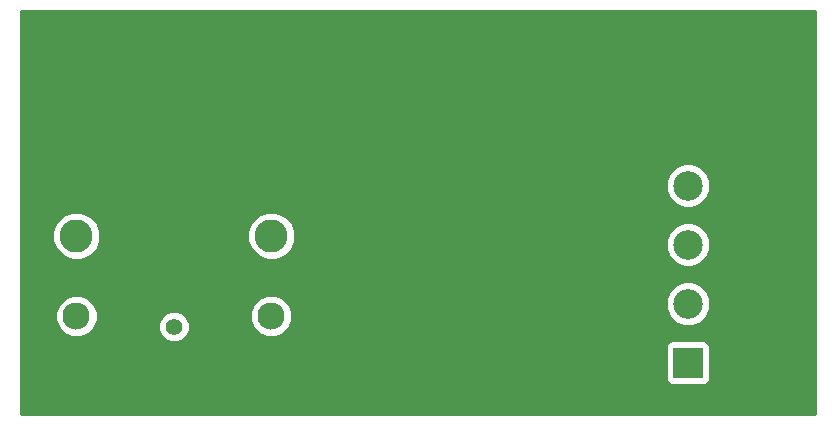
<source format=gbl>
G04 #@! TF.FileFunction,Copper,L2,Bot,Signal*
%FSLAX46Y46*%
G04 Gerber Fmt 4.6, Leading zero omitted, Abs format (unit mm)*
G04 Created by KiCad (PCBNEW 4.0.7) date 07/29/18 14:43:16*
%MOMM*%
%LPD*%
G01*
G04 APERTURE LIST*
%ADD10C,0.100000*%
%ADD11C,2.500000*%
%ADD12R,2.500000X2.500000*%
%ADD13C,2.800000*%
%ADD14C,2.300000*%
%ADD15C,1.400000*%
%ADD16C,0.685800*%
%ADD17C,0.254000*%
G04 APERTURE END LIST*
D10*
D11*
X176530000Y-84060000D03*
X176530000Y-89060000D03*
D12*
X176530000Y-99060000D03*
D11*
X176530000Y-94060000D03*
D13*
X124750000Y-88320000D03*
D14*
X124750000Y-95100000D03*
D15*
X133000000Y-96000000D03*
D14*
X141250000Y-95100000D03*
D13*
X141250000Y-88320000D03*
D16*
X129476500Y-87757000D03*
X131000500Y-87820500D03*
X132270500Y-83312000D03*
X132524500Y-87820500D03*
X133477000Y-87820500D03*
X135001000Y-87820500D03*
X136525000Y-87820500D03*
X137985500Y-87820500D03*
X158877000Y-76327000D03*
X159893000Y-76327000D03*
X159956500Y-73469500D03*
X158940500Y-73469500D03*
X156210000Y-76263500D03*
X155702000Y-73469500D03*
X156654500Y-73469500D03*
X157543500Y-73469500D03*
X153543000Y-73469500D03*
X145669000Y-73469500D03*
X147193000Y-73469500D03*
X148717000Y-73469500D03*
X151257000Y-73469500D03*
X150177500Y-73469500D03*
D17*
G36*
X187250000Y-103430000D02*
X120090000Y-103430000D01*
X120090000Y-97810000D01*
X174632560Y-97810000D01*
X174632560Y-100310000D01*
X174676838Y-100545317D01*
X174815910Y-100761441D01*
X175028110Y-100906431D01*
X175280000Y-100957440D01*
X177780000Y-100957440D01*
X178015317Y-100913162D01*
X178231441Y-100774090D01*
X178376431Y-100561890D01*
X178427440Y-100310000D01*
X178427440Y-97810000D01*
X178383162Y-97574683D01*
X178244090Y-97358559D01*
X178031890Y-97213569D01*
X177780000Y-97162560D01*
X175280000Y-97162560D01*
X175044683Y-97206838D01*
X174828559Y-97345910D01*
X174683569Y-97558110D01*
X174632560Y-97810000D01*
X120090000Y-97810000D01*
X120090000Y-95453501D01*
X122964691Y-95453501D01*
X123235868Y-96109800D01*
X123737559Y-96612367D01*
X124393384Y-96884689D01*
X125103501Y-96885309D01*
X125759800Y-96614132D01*
X126110159Y-96264383D01*
X131664769Y-96264383D01*
X131867582Y-96755229D01*
X132242796Y-97131098D01*
X132733287Y-97334768D01*
X133264383Y-97335231D01*
X133755229Y-97132418D01*
X134131098Y-96757204D01*
X134334768Y-96266713D01*
X134335231Y-95735617D01*
X134218664Y-95453501D01*
X139464691Y-95453501D01*
X139735868Y-96109800D01*
X140237559Y-96612367D01*
X140893384Y-96884689D01*
X141603501Y-96885309D01*
X142259800Y-96614132D01*
X142762367Y-96112441D01*
X143034689Y-95456616D01*
X143035309Y-94746499D01*
X142905900Y-94433305D01*
X174644674Y-94433305D01*
X174931043Y-95126372D01*
X175460839Y-95657093D01*
X176153405Y-95944672D01*
X176903305Y-95945326D01*
X177596372Y-95658957D01*
X178127093Y-95129161D01*
X178414672Y-94436595D01*
X178415326Y-93686695D01*
X178128957Y-92993628D01*
X177599161Y-92462907D01*
X176906595Y-92175328D01*
X176156695Y-92174674D01*
X175463628Y-92461043D01*
X174932907Y-92990839D01*
X174645328Y-93683405D01*
X174644674Y-94433305D01*
X142905900Y-94433305D01*
X142764132Y-94090200D01*
X142262441Y-93587633D01*
X141606616Y-93315311D01*
X140896499Y-93314691D01*
X140240200Y-93585868D01*
X139737633Y-94087559D01*
X139465311Y-94743384D01*
X139464691Y-95453501D01*
X134218664Y-95453501D01*
X134132418Y-95244771D01*
X133757204Y-94868902D01*
X133266713Y-94665232D01*
X132735617Y-94664769D01*
X132244771Y-94867582D01*
X131868902Y-95242796D01*
X131665232Y-95733287D01*
X131664769Y-96264383D01*
X126110159Y-96264383D01*
X126262367Y-96112441D01*
X126534689Y-95456616D01*
X126535309Y-94746499D01*
X126264132Y-94090200D01*
X125762441Y-93587633D01*
X125106616Y-93315311D01*
X124396499Y-93314691D01*
X123740200Y-93585868D01*
X123237633Y-94087559D01*
X122965311Y-94743384D01*
X122964691Y-95453501D01*
X120090000Y-95453501D01*
X120090000Y-88723011D01*
X122714648Y-88723011D01*
X123023805Y-89471229D01*
X123595760Y-90044183D01*
X124343438Y-90354646D01*
X125153011Y-90355352D01*
X125901229Y-90046195D01*
X126474183Y-89474240D01*
X126784646Y-88726562D01*
X126784649Y-88723011D01*
X139214648Y-88723011D01*
X139523805Y-89471229D01*
X140095760Y-90044183D01*
X140843438Y-90354646D01*
X141653011Y-90355352D01*
X142401229Y-90046195D01*
X142974183Y-89474240D01*
X142991180Y-89433305D01*
X174644674Y-89433305D01*
X174931043Y-90126372D01*
X175460839Y-90657093D01*
X176153405Y-90944672D01*
X176903305Y-90945326D01*
X177596372Y-90658957D01*
X178127093Y-90129161D01*
X178414672Y-89436595D01*
X178415326Y-88686695D01*
X178128957Y-87993628D01*
X177599161Y-87462907D01*
X176906595Y-87175328D01*
X176156695Y-87174674D01*
X175463628Y-87461043D01*
X174932907Y-87990839D01*
X174645328Y-88683405D01*
X174644674Y-89433305D01*
X142991180Y-89433305D01*
X143284646Y-88726562D01*
X143285352Y-87916989D01*
X142976195Y-87168771D01*
X142404240Y-86595817D01*
X141656562Y-86285354D01*
X140846989Y-86284648D01*
X140098771Y-86593805D01*
X139525817Y-87165760D01*
X139215354Y-87913438D01*
X139214648Y-88723011D01*
X126784649Y-88723011D01*
X126785352Y-87916989D01*
X126476195Y-87168771D01*
X125904240Y-86595817D01*
X125156562Y-86285354D01*
X124346989Y-86284648D01*
X123598771Y-86593805D01*
X123025817Y-87165760D01*
X122715354Y-87913438D01*
X122714648Y-88723011D01*
X120090000Y-88723011D01*
X120090000Y-84433305D01*
X174644674Y-84433305D01*
X174931043Y-85126372D01*
X175460839Y-85657093D01*
X176153405Y-85944672D01*
X176903305Y-85945326D01*
X177596372Y-85658957D01*
X178127093Y-85129161D01*
X178414672Y-84436595D01*
X178415326Y-83686695D01*
X178128957Y-82993628D01*
X177599161Y-82462907D01*
X176906595Y-82175328D01*
X176156695Y-82174674D01*
X175463628Y-82461043D01*
X174932907Y-82990839D01*
X174645328Y-83683405D01*
X174644674Y-84433305D01*
X120090000Y-84433305D01*
X120090000Y-69290000D01*
X187250000Y-69290000D01*
X187250000Y-103430000D01*
X187250000Y-103430000D01*
G37*
X187250000Y-103430000D02*
X120090000Y-103430000D01*
X120090000Y-97810000D01*
X174632560Y-97810000D01*
X174632560Y-100310000D01*
X174676838Y-100545317D01*
X174815910Y-100761441D01*
X175028110Y-100906431D01*
X175280000Y-100957440D01*
X177780000Y-100957440D01*
X178015317Y-100913162D01*
X178231441Y-100774090D01*
X178376431Y-100561890D01*
X178427440Y-100310000D01*
X178427440Y-97810000D01*
X178383162Y-97574683D01*
X178244090Y-97358559D01*
X178031890Y-97213569D01*
X177780000Y-97162560D01*
X175280000Y-97162560D01*
X175044683Y-97206838D01*
X174828559Y-97345910D01*
X174683569Y-97558110D01*
X174632560Y-97810000D01*
X120090000Y-97810000D01*
X120090000Y-95453501D01*
X122964691Y-95453501D01*
X123235868Y-96109800D01*
X123737559Y-96612367D01*
X124393384Y-96884689D01*
X125103501Y-96885309D01*
X125759800Y-96614132D01*
X126110159Y-96264383D01*
X131664769Y-96264383D01*
X131867582Y-96755229D01*
X132242796Y-97131098D01*
X132733287Y-97334768D01*
X133264383Y-97335231D01*
X133755229Y-97132418D01*
X134131098Y-96757204D01*
X134334768Y-96266713D01*
X134335231Y-95735617D01*
X134218664Y-95453501D01*
X139464691Y-95453501D01*
X139735868Y-96109800D01*
X140237559Y-96612367D01*
X140893384Y-96884689D01*
X141603501Y-96885309D01*
X142259800Y-96614132D01*
X142762367Y-96112441D01*
X143034689Y-95456616D01*
X143035309Y-94746499D01*
X142905900Y-94433305D01*
X174644674Y-94433305D01*
X174931043Y-95126372D01*
X175460839Y-95657093D01*
X176153405Y-95944672D01*
X176903305Y-95945326D01*
X177596372Y-95658957D01*
X178127093Y-95129161D01*
X178414672Y-94436595D01*
X178415326Y-93686695D01*
X178128957Y-92993628D01*
X177599161Y-92462907D01*
X176906595Y-92175328D01*
X176156695Y-92174674D01*
X175463628Y-92461043D01*
X174932907Y-92990839D01*
X174645328Y-93683405D01*
X174644674Y-94433305D01*
X142905900Y-94433305D01*
X142764132Y-94090200D01*
X142262441Y-93587633D01*
X141606616Y-93315311D01*
X140896499Y-93314691D01*
X140240200Y-93585868D01*
X139737633Y-94087559D01*
X139465311Y-94743384D01*
X139464691Y-95453501D01*
X134218664Y-95453501D01*
X134132418Y-95244771D01*
X133757204Y-94868902D01*
X133266713Y-94665232D01*
X132735617Y-94664769D01*
X132244771Y-94867582D01*
X131868902Y-95242796D01*
X131665232Y-95733287D01*
X131664769Y-96264383D01*
X126110159Y-96264383D01*
X126262367Y-96112441D01*
X126534689Y-95456616D01*
X126535309Y-94746499D01*
X126264132Y-94090200D01*
X125762441Y-93587633D01*
X125106616Y-93315311D01*
X124396499Y-93314691D01*
X123740200Y-93585868D01*
X123237633Y-94087559D01*
X122965311Y-94743384D01*
X122964691Y-95453501D01*
X120090000Y-95453501D01*
X120090000Y-88723011D01*
X122714648Y-88723011D01*
X123023805Y-89471229D01*
X123595760Y-90044183D01*
X124343438Y-90354646D01*
X125153011Y-90355352D01*
X125901229Y-90046195D01*
X126474183Y-89474240D01*
X126784646Y-88726562D01*
X126784649Y-88723011D01*
X139214648Y-88723011D01*
X139523805Y-89471229D01*
X140095760Y-90044183D01*
X140843438Y-90354646D01*
X141653011Y-90355352D01*
X142401229Y-90046195D01*
X142974183Y-89474240D01*
X142991180Y-89433305D01*
X174644674Y-89433305D01*
X174931043Y-90126372D01*
X175460839Y-90657093D01*
X176153405Y-90944672D01*
X176903305Y-90945326D01*
X177596372Y-90658957D01*
X178127093Y-90129161D01*
X178414672Y-89436595D01*
X178415326Y-88686695D01*
X178128957Y-87993628D01*
X177599161Y-87462907D01*
X176906595Y-87175328D01*
X176156695Y-87174674D01*
X175463628Y-87461043D01*
X174932907Y-87990839D01*
X174645328Y-88683405D01*
X174644674Y-89433305D01*
X142991180Y-89433305D01*
X143284646Y-88726562D01*
X143285352Y-87916989D01*
X142976195Y-87168771D01*
X142404240Y-86595817D01*
X141656562Y-86285354D01*
X140846989Y-86284648D01*
X140098771Y-86593805D01*
X139525817Y-87165760D01*
X139215354Y-87913438D01*
X139214648Y-88723011D01*
X126784649Y-88723011D01*
X126785352Y-87916989D01*
X126476195Y-87168771D01*
X125904240Y-86595817D01*
X125156562Y-86285354D01*
X124346989Y-86284648D01*
X123598771Y-86593805D01*
X123025817Y-87165760D01*
X122715354Y-87913438D01*
X122714648Y-88723011D01*
X120090000Y-88723011D01*
X120090000Y-84433305D01*
X174644674Y-84433305D01*
X174931043Y-85126372D01*
X175460839Y-85657093D01*
X176153405Y-85944672D01*
X176903305Y-85945326D01*
X177596372Y-85658957D01*
X178127093Y-85129161D01*
X178414672Y-84436595D01*
X178415326Y-83686695D01*
X178128957Y-82993628D01*
X177599161Y-82462907D01*
X176906595Y-82175328D01*
X176156695Y-82174674D01*
X175463628Y-82461043D01*
X174932907Y-82990839D01*
X174645328Y-83683405D01*
X174644674Y-84433305D01*
X120090000Y-84433305D01*
X120090000Y-69290000D01*
X187250000Y-69290000D01*
X187250000Y-103430000D01*
M02*

</source>
